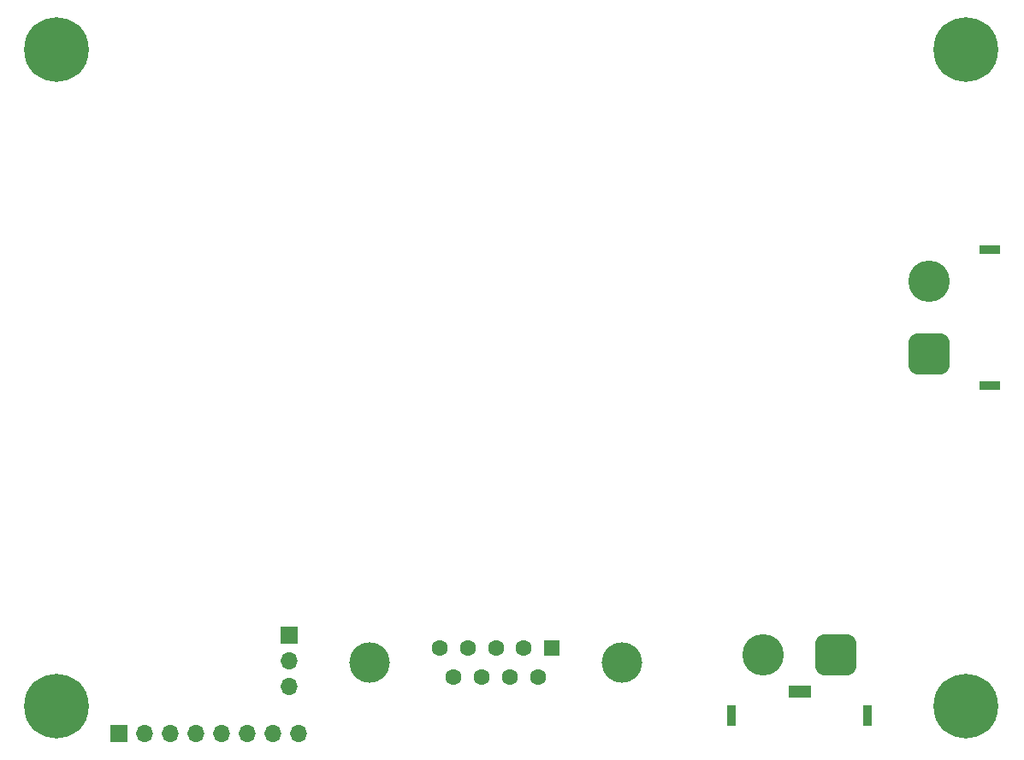
<source format=gbr>
%TF.GenerationSoftware,KiCad,Pcbnew,7.0.9*%
%TF.CreationDate,2024-04-05T12:05:43+09:00*%
%TF.ProjectId,motordriver2,6d6f746f-7264-4726-9976-6572322e6b69,rev?*%
%TF.SameCoordinates,Original*%
%TF.FileFunction,Soldermask,Bot*%
%TF.FilePolarity,Negative*%
%FSLAX46Y46*%
G04 Gerber Fmt 4.6, Leading zero omitted, Abs format (unit mm)*
G04 Created by KiCad (PCBNEW 7.0.9) date 2024-04-05 12:05:43*
%MOMM*%
%LPD*%
G01*
G04 APERTURE LIST*
G04 Aperture macros list*
%AMRoundRect*
0 Rectangle with rounded corners*
0 $1 Rounding radius*
0 $2 $3 $4 $5 $6 $7 $8 $9 X,Y pos of 4 corners*
0 Add a 4 corners polygon primitive as box body*
4,1,4,$2,$3,$4,$5,$6,$7,$8,$9,$2,$3,0*
0 Add four circle primitives for the rounded corners*
1,1,$1+$1,$2,$3*
1,1,$1+$1,$4,$5*
1,1,$1+$1,$6,$7*
1,1,$1+$1,$8,$9*
0 Add four rect primitives between the rounded corners*
20,1,$1+$1,$2,$3,$4,$5,0*
20,1,$1+$1,$4,$5,$6,$7,0*
20,1,$1+$1,$6,$7,$8,$9,0*
20,1,$1+$1,$8,$9,$2,$3,0*%
G04 Aperture macros list end*
%ADD10O,1.700000X1.700000*%
%ADD11R,1.700000X1.700000*%
%ADD12C,4.100000*%
%ADD13RoundRect,1.025000X-1.025000X1.025000X-1.025000X-1.025000X1.025000X-1.025000X1.025000X1.025000X0*%
%ADD14R,2.000000X0.900000*%
%ADD15C,4.000000*%
%ADD16R,1.600000X1.600000*%
%ADD17C,1.600000*%
%ADD18R,2.300000X1.300000*%
%ADD19RoundRect,1.025000X1.025000X1.025000X-1.025000X1.025000X-1.025000X-1.025000X1.025000X-1.025000X0*%
%ADD20R,0.900000X2.000000*%
%ADD21C,6.400000*%
G04 APERTURE END LIST*
D10*
%TO.C,J4*%
X103000000Y-183080000D03*
X103000000Y-180540000D03*
D11*
X103000000Y-178000000D03*
%TD*%
D12*
%TO.C,M1*%
X166370000Y-142914000D03*
D13*
X166370000Y-150114000D03*
D14*
X172370000Y-153264000D03*
X172370000Y-139764000D03*
%TD*%
D11*
%TO.C,J3*%
X86121000Y-187681000D03*
D10*
X88661000Y-187681000D03*
X91201000Y-187681000D03*
X93741000Y-187681000D03*
X96281000Y-187681000D03*
X98821000Y-187681000D03*
X101361000Y-187681000D03*
X103901000Y-187681000D03*
%TD*%
D15*
%TO.C,J2*%
X110954000Y-180679700D03*
X135954000Y-180679700D03*
D16*
X128994000Y-179259700D03*
D17*
X126224000Y-179259700D03*
X123454000Y-179259700D03*
X120684000Y-179259700D03*
X117914000Y-179259700D03*
X127609000Y-182099700D03*
X124839000Y-182099700D03*
X122069000Y-182099700D03*
X119299000Y-182099700D03*
%TD*%
D18*
%TO.C,J1*%
X153524000Y-183578000D03*
D12*
X149924000Y-179928000D03*
D19*
X157124000Y-179928000D03*
D20*
X146774000Y-185928000D03*
X160274000Y-185928000D03*
%TD*%
D21*
%TO.C,H4*%
X80000000Y-185000000D03*
%TD*%
%TO.C,H3*%
X80000000Y-120000000D03*
%TD*%
%TO.C,H2*%
X170000000Y-185000000D03*
%TD*%
%TO.C,H1*%
X170000000Y-120000000D03*
%TD*%
M02*

</source>
